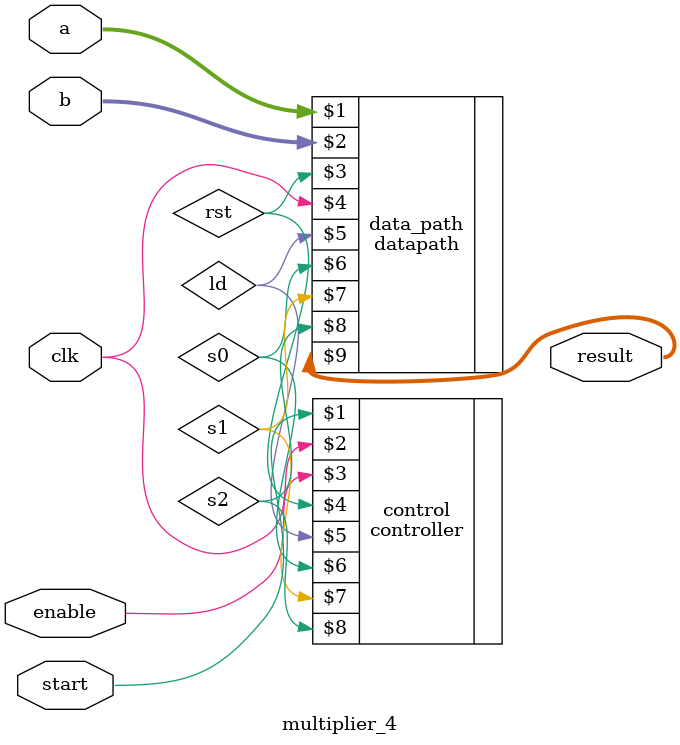
<source format=v>
`timescale 1ns/1ns
module multiplier_4(input[3:0]a, input[3:0]b, input clk, enable, start, output [7:0]result);

    wire rst, ld, s0, s1, s2;

    datapath data_path(a, b, rst, clk, ld, s0, s1, s2, result);
    controller control(start, clk, enable, rst, ld, s0, s1, s2);

endmodule

</source>
